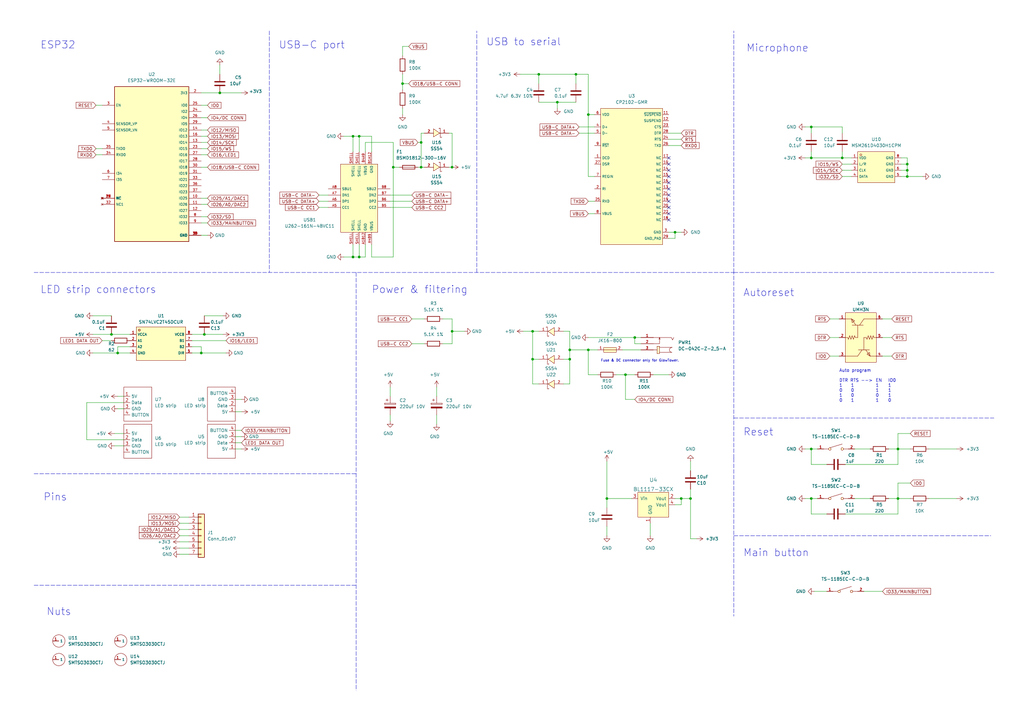
<source format=kicad_sch>
(kicad_sch (version 20211123) (generator eeschema)
  (paper "A3")
  (junction (at 332.74 64.77))
  (junction (at 372.11 72.39))
  (junction (at 185.42 135.89))
  (junction (at 332.74 52.07))
  (junction (at 256.54 153.67))
  (junction (at 48.26 144.78))
  (junction (at 241.3 143.51))
  (junction (at 372.11 69.85))
  (junction (at 185.42 68.58))
  (junction (at 345.44 64.77))
  (junction (at 241.3 46.99))
  (junction (at 368.3 184.15))
  (junction (at 248.92 204.47))
  (junction (at 161.29 68.58))
  (junction (at 144.78 105.41))
  (junction (at 45.72 137.16))
  (junction (at 82.55 144.78))
  (junction (at 279.4 204.47))
  (junction (at 220.98 30.48))
  (junction (at 165.1 34.29))
  (junction (at 172.72 68.58))
  (junction (at 172.72 58.42))
  (junction (at 147.32 105.41))
  (junction (at 90.17 38.1))
  (junction (at 368.3 204.47))
  (junction (at 276.86 95.25))
  (junction (at 218.44 135.89))
  (junction (at 228.6 41.91))
  (junction (at 83.82 137.16))
  (junction (at 332.74 204.47))
  (junction (at 144.78 55.88))
  (junction (at 233.68 147.32))
  (junction (at 233.68 143.51))
  (junction (at 372.11 67.31))
  (junction (at 283.21 204.47))
  (junction (at 332.74 184.15))
  (junction (at 147.32 55.88))
  (junction (at 260.35 138.43))
  (junction (at 236.22 30.48))
  (junction (at 218.44 147.32))
  (no_connect (at 274.32 87.63))
  (no_connect (at 274.32 85.09))
  (no_connect (at 274.32 64.77))
  (no_connect (at 274.32 74.93))
  (no_connect (at 274.32 72.39))
  (no_connect (at 274.32 80.01))
  (no_connect (at 274.32 77.47))
  (no_connect (at 274.32 67.31))
  (no_connect (at 274.32 69.85))
  (no_connect (at 274.32 82.55))
  (no_connect (at 274.32 90.17))
  (wire (pts (xy 85.09 60.96) (xy 82.55 60.96)))
  (wire (pts (xy 334.01 242.57) (xy 339.09 242.57)))
  (wire (pts (xy 38.1 144.78) (xy 48.26 144.78)))
  (wire (pts (xy 218.44 147.32) (xy 218.44 135.89)))
  (wire (pts (xy 330.2 204.47) (xy 332.74 204.47)))
  (wire (pts (xy 368.3 184.15) (xy 368.3 177.8)))
  (wire (pts (xy 83.82 129.54) (xy 91.44 129.54)))
  (wire (pts (xy 233.68 143.51) (xy 241.3 143.51)))
  (wire (pts (xy 381 184.15) (xy 392.43 184.15)))
  (wire (pts (xy 144.78 105.41) (xy 140.97 105.41)))
  (wire (pts (xy 276.86 97.79) (xy 276.86 95.25)))
  (wire (pts (xy 78.74 142.24) (xy 82.55 142.24)))
  (wire (pts (xy 339.09 210.82) (xy 332.74 210.82)))
  (wire (pts (xy 231.14 157.48) (xy 233.68 157.48)))
  (wire (pts (xy 82.55 48.26) (xy 85.09 48.26)))
  (wire (pts (xy 248.92 189.23) (xy 248.92 204.47)))
  (wire (pts (xy 82.55 144.78) (xy 92.71 144.78)))
  (wire (pts (xy 340.36 146.05) (xy 344.17 146.05)))
  (wire (pts (xy 45.72 137.16) (xy 53.34 137.16)))
  (wire (pts (xy 267.97 153.67) (xy 274.32 153.67)))
  (polyline (pts (xy 300.99 111.76) (xy 407.67 111.76)))
  (wire (pts (xy 369.57 72.39) (xy 372.11 72.39)))
  (wire (pts (xy 152.4 62.23) (xy 152.4 55.88)))
  (wire (pts (xy 78.74 144.78) (xy 82.55 144.78)))
  (polyline (pts (xy 300.99 111.76) (xy 300.99 12.7)))
  (wire (pts (xy 144.78 55.88) (xy 144.78 62.23)))
  (wire (pts (xy 184.15 68.58) (xy 185.42 68.58)))
  (wire (pts (xy 373.38 204.47) (xy 368.3 204.47)))
  (wire (pts (xy 144.78 100.33) (xy 144.78 105.41)))
  (wire (pts (xy 78.74 137.16) (xy 83.82 137.16)))
  (wire (pts (xy 233.68 143.51) (xy 233.68 135.89)))
  (polyline (pts (xy 110.49 12.7) (xy 110.49 111.76)))
  (wire (pts (xy 73.66 222.25) (xy 77.47 222.25)))
  (wire (pts (xy 179.07 158.75) (xy 179.07 162.56)))
  (wire (pts (xy 274.32 54.61) (xy 279.4 54.61)))
  (wire (pts (xy 237.49 54.61) (xy 243.84 54.61)))
  (wire (pts (xy 368.3 204.47) (xy 368.3 210.82)))
  (wire (pts (xy 134.62 85.09) (xy 130.81 85.09)))
  (wire (pts (xy 165.1 19.05) (xy 165.1 22.86)))
  (wire (pts (xy 48.26 162.56) (xy 50.8 162.56)))
  (wire (pts (xy 260.35 140.97) (xy 260.35 138.43)))
  (wire (pts (xy 152.4 105.41) (xy 161.29 105.41)))
  (wire (pts (xy 220.98 147.32) (xy 218.44 147.32)))
  (wire (pts (xy 373.38 184.15) (xy 368.3 184.15)))
  (wire (pts (xy 372.11 72.39) (xy 378.46 72.39)))
  (wire (pts (xy 241.3 30.48) (xy 241.3 46.99)))
  (wire (pts (xy 361.95 130.81) (xy 365.76 130.81)))
  (wire (pts (xy 332.74 64.77) (xy 330.2 64.77)))
  (wire (pts (xy 236.22 30.48) (xy 236.22 34.29)))
  (wire (pts (xy 184.15 54.61) (xy 185.42 54.61)))
  (wire (pts (xy 179.07 170.18) (xy 179.07 173.99)))
  (wire (pts (xy 39.37 43.18) (xy 41.91 43.18)))
  (wire (pts (xy 345.44 67.31) (xy 349.25 67.31)))
  (wire (pts (xy 172.72 68.58) (xy 173.99 68.58)))
  (wire (pts (xy 260.35 138.43) (xy 262.89 138.43)))
  (wire (pts (xy 147.32 62.23) (xy 147.32 55.88)))
  (wire (pts (xy 172.72 54.61) (xy 172.72 58.42)))
  (wire (pts (xy 85.09 88.9) (xy 82.55 88.9)))
  (wire (pts (xy 214.63 135.89) (xy 218.44 135.89)))
  (wire (pts (xy 241.3 72.39) (xy 241.3 46.99)))
  (wire (pts (xy 248.92 204.47) (xy 259.08 204.47)))
  (wire (pts (xy 237.49 52.07) (xy 243.84 52.07)))
  (wire (pts (xy 372.11 67.31) (xy 372.11 69.85)))
  (wire (pts (xy 340.36 130.81) (xy 344.17 130.81)))
  (polyline (pts (xy 300.99 187.96) (xy 300.99 111.76)))
  (wire (pts (xy 243.84 72.39) (xy 241.3 72.39)))
  (wire (pts (xy 90.17 26.67) (xy 90.17 30.48)))
  (wire (pts (xy 85.09 63.5) (xy 82.55 63.5)))
  (wire (pts (xy 167.64 34.29) (xy 165.1 34.29)))
  (wire (pts (xy 381 204.47) (xy 392.43 204.47)))
  (wire (pts (xy 372.11 64.77) (xy 372.11 67.31)))
  (wire (pts (xy 276.86 95.25) (xy 279.4 95.25)))
  (wire (pts (xy 96.52 176.53) (xy 99.06 176.53)))
  (wire (pts (xy 99.06 179.07) (xy 96.52 179.07)))
  (wire (pts (xy 172.72 58.42) (xy 172.72 68.58)))
  (wire (pts (xy 185.42 54.61) (xy 185.42 68.58)))
  (wire (pts (xy 233.68 135.89) (xy 231.14 135.89)))
  (wire (pts (xy 165.1 34.29) (xy 165.1 36.83)))
  (wire (pts (xy 48.26 167.64) (xy 50.8 167.64)))
  (wire (pts (xy 99.06 181.61) (xy 96.52 181.61)))
  (wire (pts (xy 171.45 68.58) (xy 172.72 68.58)))
  (wire (pts (xy 368.3 210.82) (xy 346.71 210.82)))
  (wire (pts (xy 332.74 184.15) (xy 335.28 184.15)))
  (wire (pts (xy 181.61 140.97) (xy 185.42 140.97)))
  (wire (pts (xy 85.09 96.52) (xy 82.55 96.52)))
  (wire (pts (xy 241.3 46.99) (xy 243.84 46.99)))
  (wire (pts (xy 38.1 137.16) (xy 45.72 137.16)))
  (wire (pts (xy 283.21 204.47) (xy 283.21 220.98)))
  (wire (pts (xy 241.3 143.51) (xy 245.11 143.51)))
  (wire (pts (xy 220.98 30.48) (xy 220.98 34.29)))
  (wire (pts (xy 46.99 182.88) (xy 50.8 182.88)))
  (wire (pts (xy 368.3 177.8) (xy 373.38 177.8)))
  (wire (pts (xy 233.68 157.48) (xy 233.68 147.32)))
  (wire (pts (xy 332.74 210.82) (xy 332.74 204.47)))
  (wire (pts (xy 276.86 207.01) (xy 279.4 207.01)))
  (wire (pts (xy 73.66 217.17) (xy 77.47 217.17)))
  (wire (pts (xy 85.09 55.88) (xy 82.55 55.88)))
  (wire (pts (xy 185.42 135.89) (xy 190.5 135.89)))
  (wire (pts (xy 160.02 158.75) (xy 160.02 162.56)))
  (polyline (pts (xy 300.99 171.45) (xy 407.67 171.45)))
  (wire (pts (xy 368.3 204.47) (xy 368.3 198.12)))
  (wire (pts (xy 73.66 227.33) (xy 77.47 227.33)))
  (polyline (pts (xy 195.58 111.76) (xy 195.58 12.7)))
  (wire (pts (xy 147.32 55.88) (xy 144.78 55.88)))
  (wire (pts (xy 160.02 82.55) (xy 168.91 82.55)))
  (wire (pts (xy 83.82 137.16) (xy 91.44 137.16)))
  (wire (pts (xy 73.66 214.63) (xy 77.47 214.63)))
  (wire (pts (xy 73.66 212.09) (xy 77.47 212.09)))
  (wire (pts (xy 147.32 105.41) (xy 144.78 105.41)))
  (wire (pts (xy 228.6 41.91) (xy 236.22 41.91)))
  (wire (pts (xy 274.32 57.15) (xy 279.4 57.15)))
  (wire (pts (xy 85.09 81.28) (xy 82.55 81.28)))
  (polyline (pts (xy 13.97 111.76) (xy 300.99 111.76)))
  (wire (pts (xy 85.09 58.42) (xy 82.55 58.42)))
  (wire (pts (xy 369.57 69.85) (xy 372.11 69.85)))
  (wire (pts (xy 332.74 52.07) (xy 345.44 52.07)))
  (wire (pts (xy 130.81 80.01) (xy 134.62 80.01)))
  (wire (pts (xy 35.56 180.34) (xy 35.56 165.1)))
  (wire (pts (xy 41.91 139.7) (xy 45.72 139.7)))
  (wire (pts (xy 147.32 100.33) (xy 147.32 105.41)))
  (wire (pts (xy 173.99 54.61) (xy 172.72 54.61)))
  (wire (pts (xy 45.72 129.54) (xy 38.1 129.54)))
  (wire (pts (xy 228.6 41.91) (xy 228.6 44.45)))
  (polyline (pts (xy 13.97 240.03) (xy 146.05 240.03)))
  (wire (pts (xy 369.57 64.77) (xy 372.11 64.77)))
  (wire (pts (xy 149.86 105.41) (xy 147.32 105.41)))
  (wire (pts (xy 368.3 198.12) (xy 373.38 198.12)))
  (polyline (pts (xy 146.05 111.76) (xy 146.05 283.21)))
  (wire (pts (xy 332.74 64.77) (xy 345.44 64.77)))
  (wire (pts (xy 140.97 55.88) (xy 144.78 55.88)))
  (wire (pts (xy 361.95 138.43) (xy 365.76 138.43)))
  (wire (pts (xy 168.91 140.97) (xy 173.99 140.97)))
  (wire (pts (xy 46.99 177.8) (xy 50.8 177.8)))
  (wire (pts (xy 152.4 100.33) (xy 152.4 105.41)))
  (wire (pts (xy 241.3 138.43) (xy 260.35 138.43)))
  (wire (pts (xy 245.11 153.67) (xy 241.3 153.67)))
  (polyline (pts (xy 300.99 219.71) (xy 406.4 219.71)))
  (wire (pts (xy 274.32 59.69) (xy 279.4 59.69)))
  (wire (pts (xy 345.44 64.77) (xy 349.25 64.77)))
  (wire (pts (xy 185.42 135.89) (xy 185.42 140.97)))
  (wire (pts (xy 165.1 19.05) (xy 167.64 19.05)))
  (wire (pts (xy 99.06 184.15) (xy 96.52 184.15)))
  (wire (pts (xy 256.54 153.67) (xy 260.35 153.67)))
  (wire (pts (xy 168.91 130.81) (xy 173.99 130.81)))
  (wire (pts (xy 220.98 30.48) (xy 236.22 30.48)))
  (polyline (pts (xy 300.99 187.96) (xy 300.99 252.73)))
  (wire (pts (xy 185.42 130.81) (xy 185.42 135.89)))
  (wire (pts (xy 339.09 190.5) (xy 332.74 190.5)))
  (wire (pts (xy 165.1 30.48) (xy 165.1 34.29)))
  (wire (pts (xy 181.61 130.81) (xy 185.42 130.81)))
  (wire (pts (xy 149.86 58.42) (xy 161.29 58.42)))
  (wire (pts (xy 90.17 38.1) (xy 99.06 38.1)))
  (wire (pts (xy 332.74 204.47) (xy 335.28 204.47)))
  (wire (pts (xy 330.2 184.15) (xy 332.74 184.15)))
  (wire (pts (xy 241.3 153.67) (xy 241.3 143.51)))
  (wire (pts (xy 163.83 68.58) (xy 161.29 68.58)))
  (wire (pts (xy 332.74 190.5) (xy 332.74 184.15)))
  (wire (pts (xy 283.21 220.98) (xy 285.75 220.98)))
  (wire (pts (xy 332.74 54.61) (xy 332.74 52.07)))
  (wire (pts (xy 73.66 224.79) (xy 77.47 224.79)))
  (wire (pts (xy 248.92 208.28) (xy 248.92 204.47)))
  (wire (pts (xy 345.44 62.23) (xy 345.44 64.77)))
  (wire (pts (xy 345.44 54.61) (xy 345.44 52.07)))
  (wire (pts (xy 218.44 157.48) (xy 218.44 147.32)))
  (wire (pts (xy 39.37 63.5) (xy 41.91 63.5)))
  (wire (pts (xy 35.56 165.1) (xy 50.8 165.1)))
  (polyline (pts (xy 13.97 194.31) (xy 146.05 194.31)))
  (wire (pts (xy 53.34 142.24) (xy 48.26 142.24)))
  (wire (pts (xy 218.44 135.89) (xy 220.98 135.89)))
  (wire (pts (xy 345.44 69.85) (xy 349.25 69.85)))
  (wire (pts (xy 368.3 184.15) (xy 368.3 190.5)))
  (wire (pts (xy 220.98 41.91) (xy 228.6 41.91)))
  (wire (pts (xy 82.55 142.24) (xy 82.55 144.78)))
  (wire (pts (xy 220.98 157.48) (xy 218.44 157.48)))
  (wire (pts (xy 160.02 80.01) (xy 168.91 80.01)))
  (wire (pts (xy 369.57 67.31) (xy 372.11 67.31)))
  (wire (pts (xy 82.55 68.58) (xy 85.09 68.58)))
  (wire (pts (xy 160.02 170.18) (xy 160.02 172.72)))
  (wire (pts (xy 260.35 163.83) (xy 256.54 163.83)))
  (wire (pts (xy 252.73 153.67) (xy 256.54 153.67)))
  (wire (pts (xy 85.09 83.82) (xy 82.55 83.82)))
  (wire (pts (xy 368.3 190.5) (xy 346.71 190.5)))
  (wire (pts (xy 152.4 55.88) (xy 147.32 55.88)))
  (wire (pts (xy 361.95 146.05) (xy 365.76 146.05)))
  (wire (pts (xy 283.21 193.04) (xy 283.21 189.23)))
  (wire (pts (xy 241.3 87.63) (xy 243.84 87.63)))
  (wire (pts (xy 256.54 163.83) (xy 256.54 153.67)))
  (wire (pts (xy 354.33 242.57) (xy 361.95 242.57)))
  (wire (pts (xy 82.55 38.1) (xy 90.17 38.1)))
  (wire (pts (xy 364.49 184.15) (xy 368.3 184.15)))
  (wire (pts (xy 149.86 62.23) (xy 149.86 58.42)))
  (wire (pts (xy 85.09 43.18) (xy 82.55 43.18)))
  (wire (pts (xy 161.29 68.58) (xy 161.29 105.41)))
  (wire (pts (xy 274.32 97.79) (xy 276.86 97.79)))
  (wire (pts (xy 332.74 62.23) (xy 332.74 64.77)))
  (wire (pts (xy 248.92 215.9) (xy 248.92 219.71)))
  (wire (pts (xy 96.52 168.91) (xy 99.06 168.91)))
  (wire (pts (xy 149.86 100.33) (xy 149.86 105.41)))
  (wire (pts (xy 279.4 207.01) (xy 279.4 204.47)))
  (wire (pts (xy 279.4 204.47) (xy 283.21 204.47)))
  (wire (pts (xy 213.36 30.48) (xy 220.98 30.48)))
  (wire (pts (xy 130.81 82.55) (xy 134.62 82.55)))
  (wire (pts (xy 160.02 85.09) (xy 168.91 85.09)))
  (wire (pts (xy 96.52 163.83) (xy 99.06 163.83)))
  (wire (pts (xy 356.87 204.47) (xy 350.52 204.47)))
  (wire (pts (xy 283.21 204.47) (xy 283.21 200.66)))
  (wire (pts (xy 78.74 139.7) (xy 92.71 139.7)))
  (wire (pts (xy 340.36 138.43) (xy 344.17 138.43)))
  (wire (pts (xy 241.3 82.55) (xy 243.84 82.55)))
  (wire (pts (xy 255.27 143.51) (xy 262.89 143.51)))
  (wire (pts (xy 345.44 72.39) (xy 349.25 72.39)))
  (wire (pts (xy 231.14 147.32) (xy 233.68 147.32)))
  (wire (pts (xy 50.8 180.34) (xy 35.56 180.34)))
  (wire (pts (xy 233.68 147.32) (xy 233.68 143.51)))
  (wire (pts (xy 262.89 140.97) (xy 260.35 140.97)))
  (wire (pts (xy 266.7 214.63) (xy 266.7 219.71)))
  (wire (pts (xy 165.1 44.45) (xy 165.1 46.99)))
  (wire (pts (xy 85.09 91.44) (xy 82.55 91.44)))
  (wire (pts (xy 332.74 52.07) (xy 330.2 52.07)))
  (wire (pts (xy 48.26 142.24) (xy 48.26 144.78)))
  (wire (pts (xy 161.29 58.42) (xy 161.29 68.58)))
  (wire (pts (xy 85.09 53.34) (xy 82.55 53.34)))
  (wire (pts (xy 356.87 184.15) (xy 350.52 184.15)))
  (wire (pts (xy 73.66 219.71) (xy 77.47 219.71)))
  (wire (pts (xy 171.45 58.42) (xy 172.72 58.42)))
  (wire (pts (xy 236.22 30.48) (xy 241.3 30.48)))
  (wire (pts (xy 274.32 95.25) (xy 276.86 95.25)))
  (wire (pts (xy 276.86 204.47) (xy 279.4 204.47)))
  (wire (pts (xy 39.37 60.96) (xy 41.91 60.96)))
  (wire (pts (xy 372.11 69.85) (xy 372.11 72.39)))
  (wire (pts (xy 48.26 144.78) (xy 53.34 144.78)))
  (wire (pts (xy 364.49 204.47) (xy 368.3 204.47)))
  (text "Microphone" (at 306.07 21.59 0) (effects (font (size 3 3)) (justify left bottom)))
  (text "Main button" (at 304.8 228.6 0) (effects (font (size 3 3)) (justify left bottom)))
  (text "USB to serial" (at 199.39 19.05 0) (effects (font (size 3 3)) (justify left bottom)))
  (text "Auto program\n\nDTR RTS -->	EN 	IO0\n1	1		1	1\n0	0		1	1\n1	0		0	1\n0	1		1	0" (at 344.17 165.1 0) (effects (font (size 1.27 1.27)) (justify left bottom)))
  (text "LED strip connectors" (at 16.51 120.6499 0) (effects (font (size 3 3)) (justify left bottom)))
  (text "ESP32" (at 16.51 20.32 0) (effects (font (size 3 3)) (justify left bottom)))
  (text "Fuse & DC connector only for GlowTower." (at 246.38 148.59 0) (effects (font (size 1 1)) (justify left bottom)))
  (text "Reset" (at 304.8 179.07 0) (effects (font (size 3 3)) (justify left bottom)))
  (text "Power & filtering" (at 152.4 120.65 0) (effects (font (size 3 3)) (justify left bottom)))
  (text "Autoreset" (at 304.8 121.92 0) (effects (font (size 3 3)) (justify left bottom)))
  (text "Nuts" (at 19.05 252.73 0) (effects (font (size 3 3)) (justify left bottom)))
  (text "USB-C port" (at 114.3 20.32 0) (effects (font (size 3 3)) (justify left bottom)))
  (text "Pins" (at 17.78 205.74 0) (effects (font (size 3 3)) (justify left bottom)))
  (global_label "IO4{slash}DC CONN" (shape input) (at 85.09 48.26 0) (property "Intersheet References" "${INTERSHEET_REFS}" (effects hide)))
  (global_label "IO4{slash}DC CONN" (shape input) (at 260.35 163.83 0) (property "Intersheet References" "${INTERSHEET_REFS}" (effects hide)))
  (global_label "USB-C DATA+" (shape input) (at 130.81 82.55 180) (property "Intersheet References" "${INTERSHEET_REFS}" (effects hide)))
  (global_label "USB-C DATA-" (shape input) (at 130.81 80.01 180) (property "Intersheet References" "${INTERSHEET_REFS}" (effects hide)))
  (global_label "USB-C DATA+" (shape input) (at 237.49 52.07 180) (property "Intersheet References" "${INTERSHEET_REFS}" (effects hide)))
  (global_label "IO0" (shape input) (at 85.09 43.18 0) (property "Intersheet References" "${INTERSHEET_REFS}" (effects hide)))
  (global_label "IO33{slash}MAINBUTTON" (shape input) (at 99.06 176.53 0) (property "Intersheet References" "${INTERSHEET_REFS}" (effects hide)))
  (global_label "TXD0" (shape input) (at 241.3 82.55 180) (property "Intersheet References" "${INTERSHEET_REFS}" (effects hide)))
  (global_label "DTR" (shape input) (at 340.36 138.43 180) (property "Intersheet References" "${INTERSHEET_REFS}" (effects hide)))
  (global_label "RESET" (shape input) (at 365.76 130.81 0) (property "Intersheet References" "${INTERSHEET_REFS}" (effects hide)))
  (global_label "USB-C DATA-" (shape input) (at 237.49 54.61 180) (property "Intersheet References" "${INTERSHEET_REFS}" (effects hide)))
  (global_label "VBUS" (shape input) (at 167.64 19.05 0) (property "Intersheet References" "${INTERSHEET_REFS}" (effects hide)))
  (global_label "RXD0" (shape input) (at 39.37 63.5 180) (property "Intersheet References" "${INTERSHEET_REFS}" (effects hide)))
  (global_label "IO12{slash}MISO" (shape input) (at 85.09 53.34 0) (property "Intersheet References" "${INTERSHEET_REFS}" (effects hide)))
  (global_label "USB-C DATA+" (shape input) (at 168.91 82.55 0) (property "Intersheet References" "${INTERSHEET_REFS}" (effects hide)))
  (global_label "USB-C DATA-" (shape input) (at 168.91 80.01 0) (property "Intersheet References" "${INTERSHEET_REFS}" (effects hide)))
  (global_label "USB-C CC2" (shape input) (at 168.91 140.97 180) (property "Intersheet References" "${INTERSHEET_REFS}" (effects hide)))
  (global_label "IO18{slash}USB-C CONN" (shape input) (at 167.64 34.29 0) (property "Intersheet References" "${INTERSHEET_REFS}" (effects hide)))
  (global_label "RESET" (shape input) (at 373.38 177.8 0) (property "Intersheet References" "${INTERSHEET_REFS}" (effects hide)))
  (global_label "RESET" (shape input) (at 39.37 43.18 180) (property "Intersheet References" "${INTERSHEET_REFS}" (effects hide)))
  (global_label "IO14{slash}SCK" (shape input) (at 85.09 58.42 0) (property "Intersheet References" "${INTERSHEET_REFS}" (effects hide)))
  (global_label "IO0" (shape input) (at 340.36 146.05 180) (property "Intersheet References" "${INTERSHEET_REFS}" (effects hide)))
  (global_label "RTS" (shape input) (at 340.36 130.81 180) (property "Intersheet References" "${INTERSHEET_REFS}" (effects hide)))
  (global_label "IO16{slash}LED1" (shape input) (at 85.09 63.5 0) (property "Intersheet References" "${INTERSHEET_REFS}" (effects hide)))
  (global_label "IO32{slash}SD" (shape input) (at 345.44 72.39 180) (property "Intersheet References" "${INTERSHEET_REFS}" (effects hide)))
  (global_label "USB-C CC1" (shape input) (at 130.81 85.09 180) (property "Intersheet References" "${INTERSHEET_REFS}" (effects hide)))
  (global_label "IO13{slash}MOSI" (shape input) (at 85.09 55.88 0) (property "Intersheet References" "${INTERSHEET_REFS}" (effects hide)))
  (global_label "IO15{slash}WS" (shape input) (at 85.09 60.96 0) (property "Intersheet References" "${INTERSHEET_REFS}" (effects hide)))
  (global_label "IO26{slash}A0{slash}DAC2" (shape input) (at 73.66 219.71 180) (property "Intersheet References" "${INTERSHEET_REFS}" (effects hide)))
  (global_label "IO33{slash}MAINBUTTON" (shape input) (at 361.95 242.57 0) (property "Intersheet References" "${INTERSHEET_REFS}" (effects hide)))
  (global_label "IO32{slash}SD" (shape input) (at 85.09 88.9 0) (property "Intersheet References" "${INTERSHEET_REFS}" (effects hide)))
  (global_label "IO12{slash}MISO" (shape input) (at 73.66 212.09 180) (property "Intersheet References" "${INTERSHEET_REFS}" (effects hide)))
  (global_label "LED1 DATA OUT" (shape input) (at 99.06 181.61 0) (property "Intersheet References" "${INTERSHEET_REFS}" (effects hide)))
  (global_label "RTS" (shape input) (at 365.76 138.43 0) (property "Intersheet References" "${INTERSHEET_REFS}" (effects hide)))
  (global_label "VBUS" (shape input) (at 241.3 87.63 180) (property "Intersheet References" "${INTERSHEET_REFS}" (effects hide)))
  (global_label "USB-C CC1" (shape input) (at 168.91 130.81 180) (property "Intersheet References" "${INTERSHEET_REFS}" (effects hide)))
  (global_label "IO15{slash}WS" (shape input) (at 345.44 67.31 180) (property "Intersheet References" "${INTERSHEET_REFS}" (effects hide)))
  (global_label "DTR" (shape input) (at 365.76 146.05 0) (property "Intersheet References" "${INTERSHEET_REFS}" (effects hide)))
  (global_label "VBUS" (shape input) (at 171.45 58.42 180) (property "Intersheet References" "${INTERSHEET_REFS}" (effects hide)))
  (global_label "IO16{slash}LED1" (shape input) (at 92.71 139.7 0) (property "Intersheet References" "${INTERSHEET_REFS}" (effects hide)))
  (global_label "TXD0" (shape input) (at 39.37 60.96 180) (property "Intersheet References" "${INTERSHEET_REFS}" (effects hide)))
  (global_label "DTR" (shape input) (at 279.4 54.61 0) (property "Intersheet References" "${INTERSHEET_REFS}" (effects hide)))
  (global_label "IO25{slash}A1{slash}DAC1" (shape input) (at 85.09 81.28 0) (property "Intersheet References" "${INTERSHEET_REFS}" (effects hide)))
  (global_label "IO14{slash}SCK" (shape input) (at 345.44 69.85 180) (property "Intersheet References" "${INTERSHEET_REFS}" (effects hide)))
  (global_label "IO26{slash}A0{slash}DAC2" (shape input) (at 85.09 83.82 0) (property "Intersheet References" "${INTERSHEET_REFS}" (effects hide)))
  (global_label "LED1 DATA OUT" (shape input) (at 41.91 139.7 180) (property "Intersheet References" "${INTERSHEET_REFS}" (effects hide)))
  (global_label "IO13{slash}MOSI" (shape input) (at 73.66 214.63 180) (property "Intersheet References" "${INTERSHEET_REFS}" (effects hide)))
  (global_label "IO0" (shape input) (at 373.38 198.12 0) (property "Intersheet References" "${INTERSHEET_REFS}" (effects hide)))
  (global_label "USB-C CC2" (shape input) (at 168.91 85.09 0) (property "Intersheet References" "${INTERSHEET_REFS}" (effects hide)))
  (global_label "RTS" (shape input) (at 279.4 57.15 0) (property "Intersheet References" "${INTERSHEET_REFS}" (effects hide)))
  (global_label "IO33{slash}MAINBUTTON" (shape input) (at 85.09 91.44 0) (property "Intersheet References" "${INTERSHEET_REFS}" (effects hide)))
  (global_label "IO18{slash}USB-C CONN" (shape input) (at 85.09 68.58 0) (property "Intersheet References" "${INTERSHEET_REFS}" (effects hide)))
  (global_label "RXD0" (shape input) (at 279.4 59.69 0) (property "Intersheet References" "${INTERSHEET_REFS}" (effects hide)))
  (global_label "IO25{slash}A1{slash}DAC1" (shape input) (at 73.66 217.17 180) (property "Intersheet References" "${INTERSHEET_REFS}" (effects hide)))
  (symbol (lib_id "Device:R") (at 49.53 139.7 270) (unit 1)
    (property "Reference" "R2" (at 45.72 140.97 90))
    (property "Value" "62" (at 45.72 143.51 90))
    (property "Footprint" "Resistor_SMD:R_0603_1608Metric_Pad0.98x0.95mm_HandSolder" (effects hide))
    (property "LCSC #" "C177352" (effects hide))
  )
  (symbol (lib_id "power:+3.3V") (at 392.43 204.47 270) (unit 1)
    (property "Reference" "#PWR0121" (effects hide))
    (property "Value" "+3.3V" (at 396.24 204.4699 90) (effects (justify left)))
  )
  (symbol (lib_id "power:+5V") (at 46.99 177.8 90) (unit 1)
    (property "Reference" "#PWR0146" (effects hide))
    (property "Value" "+5V" (at 39.37 177.8 90) (effects (justify right)))
  )
  (symbol (lib_id "power:GND") (at 140.97 105.41 270) (unit 1)
    (property "Reference" "#PWR0135" (effects hide))
    (property "Value" "GND" (at 135.89 105.41 90))
  )
  (symbol (lib_id "LCSC:SMTSO3015CTJ") (at 24.13 264.16 0) (unit 1)
    (property "Reference" "U12" (at 27.94 269.2399 0) (effects (justify left)))
    (property "Value" "SMTSO3030CTJ" (at 27.94 271.7799 0) (effects (justify left)))
    (property "Footprint" "footprint:SMTSO3030CTJ" (effects hide))
    (property "Datasheet" "https://img.jlc.com/pdf/applyPasteComponent/2021-07-26/212394W/84600014a36a49d2b26ab413315c8aa0/SINHOO%E7%94%B5%E8%B7%AF%E6%9D%BF%E8%A1%A8%E8%B4%B4%E8%9E%BA%E6%AF%8D%E6%9F%B1PCBSMDNuts.pdf" (effects hide))
    (property "LCSC #" "C2915308" (effects hide))
  )
  (symbol (lib_id "power:GND") (at 140.97 55.88 270) (unit 1)
    (property "Reference" "#PWR0131" (effects hide))
    (property "Value" "GND" (at 135.89 55.88 90))
  )
  (symbol (lib_id "Device:10uF 0603") (at 90.17 34.29 0) (unit 1)
    (property "Reference" "C5" (at 99.06 31.75 0) (effects (justify right)))
    (property "Value" "10uF" (at 99.06 34.29 0) (effects (justify right)))
    (property "Footprint" "Capacitor_SMD:C_0603_1608Metric_Pad1.08x0.95mm_HandSolder" (effects hide))
    (property "LCSC Part #" "C19702" (effects hide))
  )
  (symbol (lib_id "MyParts:SS54") (at 226.06 135.89 0) (unit 1)
    (property "Reference" "U20" (at 226.06 132.08 0))
    (property "Value" "SS54" (at 226.06 129.54 0))
    (property "Footprint" "footprint:SMA_L4.4-W2.8-LS5.4-RD" (effects hide))
    (property "Datasheet" "https://so.szlcsc.com/global.html?c=&k=C50840" (effects hide))
    (property "LCSC #" "C123946" (effects hide))
  )
  (symbol (lib_id "power:GND") (at 190.5 135.89 90) (unit 1)
    (property "Reference" "#PWR0107" (effects hide))
    (property "Value" "GND" (at 195.58 135.89 90))
  )
  (symbol (lib_id "power:+3.3V") (at 392.43 184.15 270) (unit 1)
    (property "Reference" "#PWR0122" (effects hide))
    (property "Value" "+3.3V" (at 396.24 184.1499 90) (effects (justify left)))
  )
  (symbol (lib_id "power:GND") (at 330.2 204.47 270) (mirror x) (unit 1)
    (property "Reference" "#PWR0120" (effects hide))
    (property "Value" "GND" (at 322.58 204.47 90) (effects (justify left)))
  )
  (symbol (lib_id "power:+5V") (at 38.1 137.16 90) (mirror x) (unit 1)
    (property "Reference" "#PWR0126" (effects hide))
    (property "Value" "+5V" (at 30.48 137.16 90) (effects (justify right)))
  )
  (symbol (lib_id "myparts:LED_strip_contact_4pads") (at 54.61 177.8 0) (unit 1) (in_bom no)
    (property "Reference" "U6" (at 63.5 179.7049 0) (effects (justify left)))
    (property "Value" "LED strip" (at 63.5 182.2449 0) (effects (justify left)))
    (property "Footprint" "myparts:LED strip connector 4pad" (effects hide))
  )
  (symbol (lib_id "Device:0.1uF 0603") (at 332.74 58.42 0) (mirror y) (unit 1)
    (property "Reference" "C6" (at 328.93 57.1499 0) (effects (justify left)))
    (property "Value" "0.1uF" (at 328.93 59.6899 0) (effects (justify left)))
    (property "Footprint" "Capacitor_SMD:C_0603_1608Metric_Pad1.08x0.95mm_HandSolder" (effects hide))
    (property "Datasheet" "https://datasheet.lcsc.com/lcsc/2006111737_AVX-06035C104K4Z2A_C597194.pdf" (effects hide))
    (property "Manufacturer" " AVX" (effects hide))
    (property "LCSC Part #" "C597194" (effects hide))
    (property "Package" "0603" (effects hide))
    (property "Description" "50V 100nF X7R ±10% 0603 Multilayer Ceramic Capacitors MLCC - SMD/SMT ROHS" (effects hide))
    (property "50+" "€0.0171" (effects hide))
    (property "500+" "€0.0141" (effects hide))
    (property "1500+" "€0.0119" (effects hide))
    (property "LCSC link" "https://lcsc.com/product-detail/Multilayer-Ceramic-Capacitors-MLCC-SMD-SMT_AVX-06035C104K4Z2A_C597194.html" (effects hide))
    (property "Mfr. Part #" "06035C104K4Z2A" (effects hide))
  )
  (symbol (lib_id "power:GND") (at 90.17 26.67 180) (unit 1)
    (property "Reference" "#PWR0105" (effects hide))
    (property "Value" "GND" (at 90.17 21.59 0))
  )
  (symbol (lib_id "myparts:LED_strip_contact_4pads") (at 92.71 184.15 180) (unit 1) (in_bom no)
    (property "Reference" "U5" (at 82.55 179.07 0))
    (property "Value" "LED strip" (at 80.01 181.61 0))
    (property "Footprint" "myparts:LED strip connector 4pad" (effects hide))
  )
  (symbol (lib_id "power:GND") (at 228.6 44.45 0) (unit 1)
    (property "Reference" "#PWR0102" (effects hide))
    (property "Value" "GND" (at 231.14 45.7199 0) (effects (justify left)))
  )
  (symbol (lib_id "power:GND") (at 38.1 144.78 270) (mirror x) (unit 1)
    (property "Reference" "#PWR0125" (effects hide))
    (property "Value" "GND" (at 33.02 144.78 90))
  )
  (symbol (lib_id "power:GND") (at 73.66 227.33 270) (unit 1)
    (property "Reference" "#PWR0129" (effects hide))
    (property "Value" "GND" (at 68.58 227.33 90))
  )
  (symbol (lib_id "Device:10K 0603") (at 248.92 153.67 90) (unit 1)
    (property "Reference" "R10" (at 248.92 156.21 90))
    (property "Value" "100K" (at 248.92 158.75 90))
    (property "Footprint" "Resistor_SMD:R_0603_1608Metric_Pad0.98x0.95mm_HandSolder" (effects hide))
    (property "LCSC Part #" "C25803" (effects hide))
  )
  (symbol (lib_id "MyParts:SN74LVC2T45DCUR") (at 66.04 121.92 0) (unit 1)
    (property "Reference" "U1" (at 66.04 129.54 0))
    (property "Value" "SN74LVC2T45DCUR" (at 66.04 132.08 0))
    (property "Footprint" "footprint:VSSOP-8_L2.4-W2.1-P0.50-LS3.2-BR" (effects hide))
    (property "Datasheet" "https://item.szlcsc.com/61761.html" (effects hide))
    (property "LCSC #" "C15741" (effects hide))
  )
  (symbol (lib_id "power:GND") (at 279.4 95.25 90) (unit 1)
    (property "Reference" "#PWR0118" (effects hide))
    (property "Value" "GND" (at 283.21 95.25 90) (effects (justify right)))
  )
  (symbol (lib_id "power:GND") (at 165.1 46.99 0) (unit 1)
    (property "Reference" "#PWR0142" (effects hide))
    (property "Value" "GND" (at 165.1 52.07 0))
  )
  (symbol (lib_id "power:GND") (at 330.2 52.07 270) (mirror x) (unit 1)
    (property "Reference" "#PWR0115" (effects hide))
    (property "Value" "GND" (at 322.58 52.07 90) (effects (justify left)))
  )
  (symbol (lib_id "Device:0.1uF_0603") (at 236.22 38.1 0) (unit 1)
    (property "Reference" "C7" (at 227.33 36.83 0) (effects (justify left)))
    (property "Value" "0.1uF" (at 227.33 39.37 0) (effects (justify left)))
    (property "Footprint" "Capacitor_SMD:C_0603_1608Metric_Pad1.08x0.95mm_HandSolder" (effects hide))
    (property "LCSC Part #" "C14663" (effects hide))
  )
  (symbol (lib_id "power:GND") (at 99.06 179.07 90) (unit 1)
    (property "Reference" "#PWR0139" (effects hide))
    (property "Value" "GND" (at 104.14 179.07 90))
  )
  (symbol (lib_id "Device:R") (at 165.1 40.64 180) (unit 1)
    (property "Reference" "R9" (at 167.64 39.3699 0) (effects (justify right)))
    (property "Value" "100K" (at 167.64 41.9099 0) (effects (justify right)))
    (property "Footprint" "Resistor_SMD:R_0603_1608Metric_Pad0.98x0.95mm_HandSolder" (effects hide))
    (property "LCSC #" "C25803" (effects hide))
  )
  (symbol (lib_id "power:+3.3V") (at 330.2 64.77 90) (mirror x) (unit 1)
    (property "Reference" "#PWR0101" (effects hide))
    (property "Value" "+3.3V" (at 323.85 64.77 90))
  )
  (symbol (lib_id "MyParts:MSM261D4030H1CPM") (at 359.41 55.88 0) (unit 1)
    (property "Reference" "U10" (at 359.41 57.15 0))
    (property "Value" "MSM261D4030H1CPM" (at 359.41 59.69 0))
    (property "Footprint" "footprint:MIC-SMD_8P-L3.0-W4.0-P0.85-BL" (effects hide))
    (property "Datasheet" "https://atta.szlcsc.com/upload/public/pdf/source/20200507/C498193_601A241680C737E3284FC323631F83F4.pdf" (effects hide))
    (property "LCSC #" "C966942" (effects hide))
  )
  (symbol (lib_id "power:GND") (at 92.71 144.78 90) (mirror x) (unit 1)
    (property "Reference" "#PWR0130" (effects hide))
    (property "Value" "GND" (at 97.79 144.78 90))
  )
  (symbol (lib_id "power:GND") (at 99.06 163.83 90) (unit 1)
    (property "Reference" "#PWR0138" (effects hide))
    (property "Value" "GND" (at 104.14 163.83 90))
  )
  (symbol (lib_id "Device:5.1K 1% 0603") (at 177.8 140.97 270) (unit 1)
    (property "Reference" "R4" (at 177.8 134.62 90))
    (property "Value" "5.1K 1%" (at 177.8 137.16 90))
    (property "Footprint" "Resistor_SMD:R_0603_1608Metric_Pad0.98x0.95mm_HandSolder" (effects hide))
    (property "LCSC Part #" "C23186" (effects hide))
  )
  (symbol (lib_id "power:+3.3V") (at 73.66 222.25 90) (unit 1)
    (property "Reference" "#PWR0140" (effects hide))
    (property "Value" "+3.3V" (at 67.31 222.25 90))
  )
  (symbol (lib_id "power:+5V") (at 48.26 162.56 90) (unit 1)
    (property "Reference" "#PWR0150" (effects hide))
    (property "Value" "+5V" (at 40.64 162.56 90) (effects (justify right)))
  )
  (symbol (lib_id "power:+3.3V") (at 285.75 220.98 270) (unit 1)
    (property "Reference" "#PWR0116" (effects hide))
    (property "Value" "+3.3V" (at 294.64 220.98 90) (effects (justify right)))
  )
  (symbol (lib_id "Device:R") (at 165.1 26.67 180) (unit 1)
    (property "Reference" "R8" (at 167.64 25.3999 0) (effects (justify right)))
    (property "Value" "100K" (at 167.64 27.9399 0) (effects (justify right)))
    (property "Footprint" "Resistor_SMD:R_0603_1608Metric_Pad0.98x0.95mm_HandSolder" (effects hide))
    (property "LCSC #" "C25803" (effects hide))
  )
  (symbol (lib_id "Device:0.1uF 0603") (at 345.44 58.42 0) (mirror y) (unit 1)
    (property "Reference" "C12" (at 337.82 57.15 0) (effects (justify right)))
    (property "Value" "10uF" (at 337.82 59.69 0) (effects (justify right)))
    (property "Footprint" "Capacitor_SMD:C_0603_1608Metric_Pad1.08x0.95mm_HandSolder" (effects hide))
    (property "Datasheet" "https://datasheet.lcsc.com/lcsc/2006111737_AVX-06035C104K4Z2A_C597194.pdf" (effects hide))
    (property "Manufacturer" " AVX" (effects hide))
    (property "LCSC Part #" "C597194" (effects hide))
    (property "Package" "0603" (effects hide))
    (property "Description" "50V 100nF X7R ±10% 0603 Multilayer Ceramic Capacitors MLCC - SMD/SMT ROHS" (effects hide))
    (property "50+" "€0.0171" (effects hide))
    (property "500+" "€0.0141" (effects hide))
    (property "1500+" "€0.0119" (effects hide))
    (property "LCSC link" "https://lcsc.com/product-detail/Multilayer-Ceramic-Capacitors-MLCC-SMD-SMT_AVX-06035C104K4Z2A_C597194.html" (effects hide))
    (property "Mfr. Part #" "06035C104K4Z2A" (effects hide))
  )
  (symbol (lib_id "myparts:LED_strip_contact_4pads") (at 54.61 162.56 0) (unit 1) (in_bom no)
    (property "Reference" "U7" (at 63.5 163.83 0) (effects (justify left)))
    (property "Value" "LED strip" (at 63.5 166.37 0) (effects (justify left)))
    (property "Footprint" "myparts:LED strip connector 4pad" (effects hide))
  )
  (symbol (lib_id "Device:C") (at 220.98 38.1 180) (unit 1)
    (property "Reference" "C4" (at 215.9 36.83 0) (effects (justify right)))
    (property "Value" "4.7uF 6.3V 10%" (at 203.2 39.37 0) (effects (justify right)))
    (property "Footprint" "Capacitor_SMD:C_0603_1608Metric_Pad1.08x0.95mm_HandSolder" (effects hide))
    (property "LCSC #" "C19666" (effects hide))
  )
  (symbol (lib_id "MyParts:SS54") (at 179.07 68.58 180) (unit 1)
    (property "Reference" "U15" (at 179.07 72.39 0))
    (property "Value" "SS54" (at 179.07 74.93 0))
    (property "Footprint" "footprint:SMA_L4.4-W2.8-LS5.4-RD" (effects hide))
    (property "Datasheet" "https://so.szlcsc.com/global.html?c=&k=C50840" (effects hide))
    (property "LCSC #" "C123946" (effects hide))
  )
  (symbol (lib_id "power:GND") (at 85.09 96.52 90) (unit 1)
    (property "Reference" "#PWR0133" (effects hide))
    (property "Value" "GND" (at 90.17 96.52 90))
  )
  (symbol (lib_id "MyParts:SS54") (at 179.07 54.61 180) (unit 1)
    (property "Reference" "U16" (at 179.07 58.42 0))
    (property "Value" "SS54" (at 179.07 60.96 0))
    (property "Footprint" "footprint:SMA_L4.4-W2.8-LS5.4-RD" (effects hide))
    (property "Datasheet" "https://so.szlcsc.com/global.html?c=&k=C50840" (effects hide))
    (property "LCSC #" "C123946" (effects hide))
  )
  (symbol (lib_id "power:GND") (at 160.02 172.72 0) (mirror y) (unit 1)
    (property "Reference" "#PWR0112" (effects hide))
    (property "Value" "GND" (at 161.29 177.8 0) (effects (justify left)))
  )
  (symbol (lib_id "Device:C") (at 83.82 133.35 0) (mirror x) (unit 1)
    (property "Reference" "C13" (at 86.36 134.62 0) (effects (justify left)))
    (property "Value" "0.1uF" (at 86.36 132.08 0) (effects (justify left)))
    (property "Footprint" "Capacitor_SMD:C_0603_1608Metric_Pad1.08x0.95mm_HandSolder" (effects hide))
    (property "LCSC #" "C14663" (effects hide))
  )
  (symbol (lib_id "MyParts:SS54") (at 226.06 147.32 0) (unit 1)
    (property "Reference" "U21" (at 226.06 143.51 0))
    (property "Value" "SS54" (at 226.06 140.97 0))
    (property "Footprint" "footprint:SMA_L4.4-W2.8-LS5.4-RD" (effects hide))
    (property "Datasheet" "https://so.szlcsc.com/global.html?c=&k=C50840" (effects hide))
    (property "LCSC #" "C123946" (effects hide))
  )
  (symbol (lib_id "power:GND") (at 266.7 219.71 0) (unit 1)
    (property "Reference" "#PWR0109" (effects hide))
    (property "Value" "GND" (at 266.7 224.79 0))
  )
  (symbol (lib_id "Device:220uF 10V 6.3x5.4mm") (at 160.02 166.37 0) (unit 1)
    (property "Reference" "C2" (at 163.83 164.2109 0) (effects (justify left)))
    (property "Value" "220uF 10V" (at 163.83 166.7509 0) (effects (justify left)))
    (property "Footprint" "Capacitor_SMD:CP_Elec_6.3x5.4" (effects hide))
    (property "LCSC Part #" "C267466" (effects hide))
  )
  (symbol (lib_id "power:+5V") (at 214.63 135.89 90) (unit 1)
    (property "Reference" "#PWR0110" (effects hide))
    (property "Value" "+5V" (at 207.01 135.89 90) (effects (justify right)))
  )
  (symbol (lib_id "MyParts:TS-1185EC-C-D-B") (at 342.9 184.15 0) (unit 1)
    (property "Reference" "SW1" (at 342.9 176.53 0))
    (property "Value" "TS-1185EC-C-D-B" (at 342.9 179.07 0))
    (property "Footprint" "footprint:SW-SMD_4P-L3.7-W3.0-P1.50-LS4.7" (effects hide))
    (property "Datasheet" "https://item.szlcsc.com/299985.html" (effects hide))
    (property "LCSC #" "C318893" (effects hide))
  )
  (symbol (lib_id "MyParts:U262-161N-4BVC11") (at 147.32 82.55 90) (unit 1)
    (property "Reference" "USB1" (at 127 90.17 90))
    (property "Value" "U262-161N-4BVC11" (at 127 92.71 90))
    (property "Footprint" "footprint:USB-3.1-SMD_U262-161N-4BVC11" (effects hide))
    (property "Datasheet" "https://item.szlcsc.com/300240.html" (effects hide))
    (property "LCSC #" "C319148" (effects hide))
  )
  (symbol (lib_id "Device:10K 0603") (at 360.68 204.47 90) (unit 1)
    (property "Reference" "R5" (at 360.68 207.01 90))
    (property "Value" "220" (at 360.68 209.55 90))
    (property "Footprint" "Resistor_SMD:R_0603_1608Metric_Pad0.98x0.95mm_HandSolder" (effects hide))
    (property "LCSC Part #" "C22962" (effects hide))
  )
  (symbol (lib_id "power:+5V") (at 99.06 184.15 270) (unit 1)
    (property "Reference" "#PWR0141" (effects hide))
    (property "Value" "+5V" (at 106.68 184.15 90) (effects (justify right)))
  )
  (symbol (lib_id "power:GND") (at 378.46 72.39 90) (mirror x) (unit 1)
    (property "Reference" "#PWR0106" (effects hide))
    (property "Value" "GND" (at 386.08 72.39 90) (effects (justify left)))
  )
  (symbol (lib_id "power:GND") (at 48.26 167.64 270) (unit 1)
    (property "Reference" "#PWR0136" (effects hide))
    (property "Value" "GND" (at 43.18 167.64 90))
  )
  (symbol (lib_id "power:+5V") (at 73.66 224.79 90) (unit 1)
    (property "Reference" "#PWR0117" (effects hide))
    (property "Value" "+5V" (at 66.04 224.79 90) (effects (justify right)))
  )
  (symbol (lib_id "Device:10K 0603") (at 377.19 204.47 90) (unit 1)
    (property "Reference" "R7" (at 377.19 207.01 90))
    (property "Value" "10K" (at 377.19 209.55 90))
    (property "Footprint" "Resistor_SMD:R_0603_1608Metric_Pad0.98x0.95mm_HandSolder" (effects hide))
    (property "LCSC Part #" "C25804" (effects hide))
  )
  (symbol (lib_id "power:GND") (at 46.99 182.88 270) (unit 1)
    (property "Reference" "#PWR0137" (effects hide))
    (property "Value" "GND" (at 41.91 182.88 90))
  )
  (symbol (lib_id "power:+5V") (at 160.02 158.75 0) (unit 1)
    (property "Reference" "#PWR0113" (effects hide))
    (property "Value" "+5V" (at 161.29 153.67 0) (effects (justify right)))
  )
  (symbol (lib_id "LCSC:SMTSO3015CTJ") (at 49.53 256.54 0) (unit 1)
    (property "Reference" "U13" (at 53.34 261.6199 0) (effects (justify left)))
    (property "Value" "SMTSO3030CTJ" (at 53.34 264.1599 0) (effects (justify left)))
    (property "Footprint" "footprint:SMTSO3030CTJ" (effects hide))
    (property "Datasheet" "https://img.jlc.com/pdf/applyPasteComponent/2021-07-26/212394W/84600014a36a49d2b26ab413315c8aa0/SINHOO%E7%94%B5%E8%B7%AF%E6%9D%BF%E8%A1%A8%E8%B4%B4%E8%9E%BA%E6%AF%8D%E6%9F%B1PCBSMDNuts.pdf" (effects hide))
    (property "LCSC #" "C2915308" (effects hide))
  )
  (symbol (lib_id "Device:220uF 10V 6.3x5.4mm") (at 179.07 166.37 0) (unit 1)
    (property "Reference" "C3" (at 182.88 164.2109 0) (effects (justify left)))
    (property "Value" "220uF 10V" (at 182.88 166.7509 0) (effects (justify left)))
    (property "Footprint" "Capacitor_SMD:CP_Elec_6.3x5.4" (effects hide))
    (property "LCSC Part #" "C267466" (effects hide))
  )
  (symbol (lib_id "power:GND") (at 38.1 129.54 270) (mirror x) (unit 1)
    (property "Reference" "#PWR0124" (effects hide))
    (property "Value" "GND" (at 30.48 129.54 90) (effects (justify left)))
  )
  (symbol (lib_id "Device:10uF 0603") (at 248.92 212.09 180) (unit 1)
    (property "Reference" "C9" (at 241.3 210.82 0) (effects (justify right)))
    (property "Value" "10uF" (at 241.3 213.36 0) (effects (justify right)))
    (property "Footprint" "Capacitor_SMD:C_0603_1608Metric_Pad1.08x0.95mm_HandSolder" (effects hide))
    (property "LCSC Part #" "C19702" (effects hide))
  )
  (symbol (lib_id "power:GND") (at 241.3 138.43 270) (unit 1)
    (property "Reference" "#PWR0143" (effects hide))
    (property "Value" "GND" (at 236.22 138.43 90))
  )
  (symbol (lib_id "LCSC:DC-042C-Z-2_5-A") (at 267.97 156.21 180) (unit 1) (in_bom no)
    (property "Reference" "PWR1" (at 278.13 140.4619 0) (effects (justify right)))
    (property "Value" "DC-042C-Z-2_5-A" (at 278.13 143.0019 0) (effects (justify right)))
    (property "Footprint" "footprint:DC-IN-TH_DC-042C-Z-2.5-A" (effects hide))
    (property "Datasheet" "https://item.szlcsc.com/744023.html" (effects hide))
    (property "LCSC #" "C706901" (effects hide))
  )
  (symbol (lib_id "Device:10K 0603") (at 264.16 153.67 90) (unit 1)
    (property "Reference" "R11" (at 264.16 156.21 90))
    (property "Value" "100K" (at 264.16 158.75 90))
    (property "Footprint" "Resistor_SMD:R_0603_1608Metric_Pad0.98x0.95mm_HandSolder" (effects hide))
    (property "LCSC Part #" "C25803" (effects hide))
  )
  (symbol (lib_id "power:+5V") (at 179.07 158.75 0) (unit 1)
    (property "Reference" "#PWR0111" (effects hide))
    (property "Value" "+5V" (at 180.34 153.67 0) (effects (justify right)))
  )
  (symbol (lib_id "power:GND") (at 283.21 189.23 0) (mirror x) (unit 1)
    (property "Reference" "#PWR0127" (effects hide))
    (property "Value" "GND" (at 283.21 184.15 0))
  )
  (symbol (lib_id "power:GND") (at 179.07 173.99 0) (mirror y) (unit 1)
    (property "Reference" "#PWR0144" (effects hide))
    (property "Value" "GND" (at 180.34 179.07 0) (effects (justify left)))
  )
  (symbol (lib_id "BL1117-33CX:BL1117-33CX") (at 267.97 209.55 0) (unit 1)
    (property "Reference" "U4" (at 267.97 196.85 0) (effects (font (size 1.524 1.524))))
    (property "Value" "BL1117-33CX" (at 267.97 200.66 0) (effects (font (size 1.524 1.524))))
    (property "Footprint" "Package_TO_SOT_SMD:SOT-223" (effects hide))
    (property "Datasheet" "https://datasheet.lcsc.com/lcsc/1811021608_BL-Shanghai-Belling-BL1117-33CX_C5400.pdf" (effects hide))
    (property "LCSC Part #" "C5400" (effects hide))
    (property "Manufacturer" " BL(Shanghai Belling)" (effects hide))
    (property "Mfr. Part #" "BL1117-33CX" (effects hide))
    (property "Package" "SOT-223" (effects hide))
    (property "Description" "1A 60dB@(120Hz) 1.5V@(1A) Fixed 3.3V~3.3V Positive 1 12V SOT-223 Linear Voltage Regulators (LDO) ROHS" (effects hide))
    (property "5+" "€0.1031" (effects hide))
    (property "50+" "€0.085" (effects hide))
    (property "150+" "€0.0719" (effects hide))
    (property "LCSC link" "https://lcsc.com/product-detail/Linear-Voltage-Regulators-LDO_BL-Shanghai-Belling-BL1117-33CX_C5400.html" (effects hide))
  )
  (symbol (lib_id "power:GND") (at 91.44 129.54 90) (unit 1)
    (property "Reference" "#PWR0132" (effects hide))
    (property "Value" "GND" (at 99.06 129.54 90) (effects (justify left)))
  )
  (symbol (lib_id "Device:10K 0603") (at 377.19 184.15 90) (unit 1)
    (property "Reference" "R6" (at 377.19 186.69 90))
    (property "Value" "10K" (at 377.19 189.23 90))
    (property "Footprint" "Resistor_SMD:R_0603_1608Metric_Pad0.98x0.95mm_HandSolder" (effects hide))
    (property "LCSC Part #" "C25804" (effects hide))
  )
  (symbol (lib_id "LCSC:SMTSO3015CTJ") (at 49.53 264.16 0) (unit 1)
    (property "Reference" "U14" (at 53.34 269.2399 0) (effects (justify left)))
    (property "Value" "SMTSO3030CTJ" (at 53.34 271.7799 0) (effects (justify left)))
    (property "Footprint" "footprint:SMTSO3030CTJ" (effects hide))
    (property "Datasheet" "https://img.jlc.com/pdf/applyPasteComponent/2021-07-26/212394W/84600014a36a49d2b26ab413315c8aa0/SINHOO%E7%94%B5%E8%B7%AF%E6%9D%BF%E8%A1%A8%E8%B4%B4%E8%9E%BA%E6%AF%8D%E6%9F%B1PCBSMDNuts.pdf" (effects hide))
    (property "LCSC #" "C2915308" (effects hide))
  )
  (symbol (lib_id "power:GND") (at 274.32 153.67 90) (unit 1)
    (property "Reference" "#PWR0148" (effects hide))
    (property "Value" "GND" (at 279.4 153.67 90))
  )
  (symbol (lib_id "Device:10K 0603") (at 360.68 184.15 90) (unit 1)
    (property "Reference" "R1" (at 360.68 186.69 90))
    (property "Value" "220" (at 360.68 189.23 90))
    (property "Footprint" "Resistor_SMD:R_0603_1608Metric_Pad0.98x0.95mm_HandSolder" (effects hide))
    (property "LCSC Part #" "C22962" (effects hide))
  )
  (symbol (lib_id "LCSC:SMTSO3015CTJ") (at 24.13 256.54 0) (unit 1)
    (property "Reference" "U11" (at 27.94 261.6199 0) (effects (justify left)))
    (property "Value" "SMTSO3030CTJ" (at 27.94 264.1599 0) (effects (justify left)))
    (property "Footprint" "footprint:SMTSO3030CTJ" (effects hide))
    (property "Datasheet" "https://img.jlc.com/pdf/applyPasteComponent/2021-07-26/212394W/84600014a36a49d2b26ab413315c8aa0/SINHOO%E7%94%B5%E8%B7%AF%E6%9D%BF%E8%A1%A8%E8%B4%B4%E8%9E%BA%E6%AF%8D%E6%9F%B1PCBSMDNuts.pdf" (effects hide))
    (property "LCSC #" "C2915308" (effects hide))
  )
  (symbol (lib_id "power:+5V") (at 185.42 68.58 270) (unit 1)
    (property "Reference" "#PWR0104" (effects hide))
    (property "Value" "+5V" (at 193.04 68.58 90) (effects (justify right)))
  )
  (symbol (lib_id "myparts:LED_strip_contact_4pads") (at 92.71 168.91 180) (unit 1) (in_bom no)
    (property "Reference" "U8" (at 82.55 163.83 0))
    (property "Value" "LED strip" (at 80.01 166.37 0))
    (property "Footprint" "myparts:LED strip connector 4pad" (effects hide))
  )
  (symbol (lib_id "Device:10uF 0603") (at 283.21 196.85 0) (mirror y) (unit 1)
    (property "Reference" "C10" (at 285.75 198.12 0) (effects (justify right)))
    (property "Value" "10uF" (at 285.75 195.58 0) (effects (justify right)))
    (property "Footprint" "Capacitor_SMD:C_0603_1608Metric_Pad1.08x0.95mm_HandSolder" (effects hide))
    (property "LCSC Part #" "C19702" (effects hide))
  )
  (symbol (lib_id "power:+5V") (at 99.06 168.91 270) (unit 1)
    (property "Reference" "#PWR0149" (effects hide))
    (property "Value" "+5V" (at 106.68 168.91 90) (effects (justify right)))
  )
  (symbol (lib_id "MyParts:TS-1185EC-C-D-B") (at 342.9 204.47 0) (unit 1)
    (property "Reference" "SW2" (at 342.9 196.85 0))
    (property "Value" "TS-1185EC-C-D-B" (at 342.9 199.39 0))
    (property "Footprint" "footprint:SW-SMD_4P-L3.7-W3.0-P1.50-LS4.7" (effects hide))
    (property "Datasheet" "https://item.szlcsc.com/299985.html" (effects hide))
    (property "LCSC #" "C318893" (effects hide))
  )
  (symbol (lib_id "MyParts:JK16-800") (at 250.19 130.81 0) (unit 1)
    (property "Reference" "F2" (at 250.19 137.16 0))
    (property "Value" "JK16-800" (at 250.19 139.7 0))
    (property "Footprint" "footprint:FUSE-TH_L13.0-W3.1-P5.08-D1.2" (effects hide))
    (property "Datasheet" "https://item.szlcsc.com/79508.html" (effects hide))
  )
  (symbol (lib_id "power:+3.3V") (at 99.06 38.1 270) (unit 1)
    (property "Reference" "#PWR0134" (effects hide))
    (property "Value" "+3.3V" (at 104.775 37.465 90))
  )
  (symbol (lib_id "MyParts:ESP32-WROOM-32E") (at 62.23 64.77 0) (unit 1)
    (property "Reference" "U2" (at 62.23 30.48 0))
    (property "Value" "ESP32-WROOM-32E" (at 62.23 33.02 0))
    (property "Footprint" "footprint:WIFI-SMD_ESP32-WROOM-32E" (effects hide))
    (property "Datasheet" "https://item.szlcsc.com/736350.html?ref=editor&logined=true" (effects hide))
    (property "LCSC #" "C701341" (effects hide))
  )
  (symbol (lib_id "power:+3.3V") (at 213.36 30.48 90) (unit 1)
    (property "Reference" "#PWR0103" (effects hide))
    (property "Value" "+3.3V" (at 209.55 30.4801 90) (effects (justify left)))
  )
  (symbol (lib_id "Device:5.1K 1% 0603") (at 177.8 130.81 270) (unit 1)
    (property "Reference" "R3" (at 177.8 124.46 90))
    (property "Value" "5.1K 1%" (at 177.8 127 90))
    (property "Footprint" "Resistor_SMD:R_0603_1608Metric_Pad0.98x0.95mm_HandSolder" (effects hide))
    (property "LCSC Part #" "C23186" (effects hide))
  )
  (symbol (lib_id "power:+5V") (at 248.92 189.23 0) (unit 1)
    (property "Reference" "#PWR0114" (effects hide))
    (property "Value" "+5V" (at 251.46 185.42 0) (effects (justify right)))
  )
  (symbol (lib_id "MyParts:SS54") (at 226.06 157.48 0) (unit 1)
    (property "Reference" "U22" (at 226.06 153.67 0))
    (property "Value" "SS54" (at 226.06 151.13 0))
    (property "Footprint" "footprint:SMA_L4.4-W2.8-LS5.4-RD" (effects hide))
    (property "Datasheet" "https://so.szlcsc.com/global.html?c=&k=C50840" (effects hide))
    (property "LCSC #" "C123946" (effects hide))
  )
  (symbol (lib_id "power:GND") (at 248.92 219.71 0) (unit 1)
    (property "Reference" "#PWR0108" (effects hide))
    (property "Value" "GND" (at 248.92 224.79 0))
  )
  (symbol (lib_id "LCSC:UMH3N") (at 288.29 242.57 270) (unit 1)
    (property "Reference" "U9" (at 353.06 124.46 90))
    (property "Value" "UMH3N" (at 353.06 127 90))
    (property "Footprint" "footprint:SC-70-6_L2.2-W1.3-P0.65-LS2.1-BR" (effects hide))
    (property "Datasheet" "https://item.szlcsc.com/112963.html" (effects hide))
    (property "LCSC #" "C62892" (effects hide))
  )
  (symbol (lib_id "Device:Fuse") (at 167.64 68.58 90) (unit 1)
    (property "Reference" "F1" (at 163.83 62.23 90))
    (property "Value" "BSMD1812-300-16V" (at 172.72 64.77 90))
    (property "Footprint" "Fuse:Fuse_1812_4532Metric_Pad1.30x3.40mm_HandSolder" (effects hide))
    (property "LCSC #" "C883162" (effects hide))
  )
  (symbol (lib_id "MyParts:TS-1185EC-C-D-B") (at 346.71 242.57 0) (unit 1)
    (property "Reference" "SW3" (at 346.71 234.95 0))
    (property "Value" "TS-1185EC-C-D-B" (at 346.71 237.49 0))
    (property "Footprint" "footprint:SW-SMD_4P-L3.7-W3.0-P1.50-LS4.7" (effects hide))
    (property "Datasheet" "https://item.szlcsc.com/299985.html" (effects hide))
    (property "LCSC #" "C318893" (effects hide))
  )
  (symbol (lib_id "Device:C") (at 45.72 133.35 180) (unit 1)
    (property "Reference" "C1" (at 43.18 134.62 0) (effects (justify left)))
    (property "Value" "0.1uF" (at 43.18 132.08 0) (effects (justify left)))
    (property "Footprint" "Capacitor_SMD:C_0603_1608Metric_Pad1.08x0.95mm_HandSolder" (effects hide))
    (property "LCSC #" "C14663" (effects hide))
  )
  (symbol (lib_id "MyParts:CP2102-GMR") (at 259.08 69.85 0) (unit 1)
    (property "Reference" "U3" (at 259.08 39.37 0))
    (property "Value" "CP2102-GMR" (at 259.08 41.91 0))
    (property "Footprint" "footprint:QFN-28_L5.0-W5.0-P0.50-BL-EP" (effects hide))
    (property "Datasheet" "https://item.szlcsc.com/2242757.html" (effects hide))
    (property "LCSC #" "C6568" (effects hide))
  )
  (symbol (lib_id "Connector_Generic:Conn_01x07") (at 82.55 219.71 0) (unit 1) (in_bom no)
    (property "Reference" "J1" (at 85.09 218.4399 0) (effects (justify left)))
    (property "Value" "Conn_01x07" (at 85.09 220.9799 0) (effects (justify left)))
    (property "Footprint" "Connector_PinSocket_2.54mm:PinSocket_1x07_P2.54mm_Vertical" (effects hide))
  )
  (symbol (lib_id "Device:10uF 0603") (at 342.9 210.82 270) (unit 1)
    (property "Reference" "C11" (at 350.52 207.01 90) (effects (justify right)))
    (property "Value" "1uF" (at 350.52 209.55 90) (effects (justify right)))
    (property "Footprint" "Capacitor_SMD:C_0603_1608Metric_Pad1.08x0.95mm_HandSolder" (effects hide))
    (property "LCSC Part #" "C15849" (effects hide))
  )
  (symbol (lib_id "power:GND") (at 334.01 242.57 270) (mirror x) (unit 1)
    (property "Reference" "#PWR0119" (effects hide))
    (property "Value" "GND" (at 326.39 242.57 90) (effects (justify left)))
  )
  (symbol (lib_id "Device:10uF 0603") (at 342.9 190.5 270) (unit 1)
    (property "Reference" "C8" (at 350.52 186.69 90) (effects (justify right)))
    (property "Value" "1uF" (at 350.52 189.23 90) (effects (justify right)))
    (property "Footprint" "Capacitor_SMD:C_0603_1608Metric_Pad1.08x0.95mm_HandSolder" (effects hide))
    (property "Datasheet" "https://datasheet.lcsc.com/lcsc/2010151208_SANYEAR-C0603X5R106K250NT_C729457.pdf" (effects hide))
    (property "LCSC Part #" "C15849" (effects hide))
  )
  (symbol (lib_id "power:GND") (at 330.2 184.15 270) (mirror x) (unit 1)
    (property "Reference" "#PWR0123" (effects hide))
    (property "Value" "GND" (at 322.58 184.15 90) (effects (justify left)))
  )
  (symbol (lib_id "power:+3.3V") (at 91.44 137.16 270) (unit 1)
    (property "Reference" "#PWR0128" (effects hide))
    (property "Value" "+3.3V" (at 100.33 137.16 90) (effects (justify right)))
  )
)
</source>
